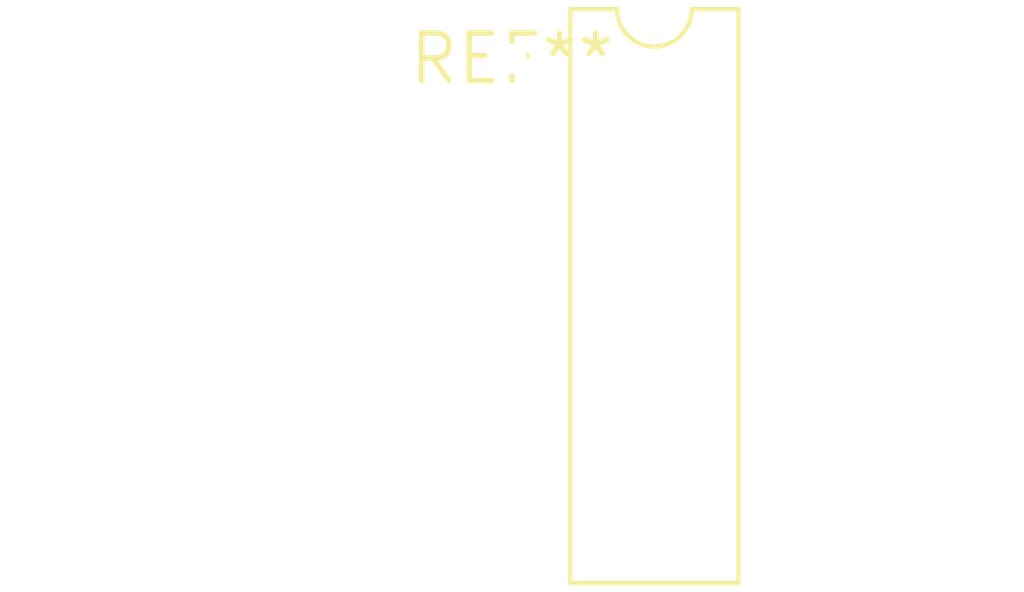
<source format=kicad_pcb>
(kicad_pcb (version 20240108) (generator pcbnew)
  (layers (0 "F.Cu" signal) (31 "B.Cu" signal) (34 "B.Paste" user) (35 "F.Paste" user) (36 "B.SilkS" user "B.Silkscreen") (37 "F.SilkS" user "F.Silkscreen") (38 "B.Mask" user) (39 "F.Mask" user) (44 "Edge.Cuts" user))
  (net 0 "")
  (footprint "DIP-12_W7.62mm_LongPads" (layer "F.Cu") (at 0 0)
    (property "Reference" "REF**")
    (property "Value" "DIP-12_W7.62mm_LongPads")
    (fp_line (start 1.56 -1.33) (end 1.56 14.03) (layer "F.SilkS") (stroke (width 0.12)))
    (fp_line (start 1.56 14.03) (end 6.06 14.03) (layer "F.SilkS") (stroke (width 0.12)))
    (fp_line (start 2.81 -1.33) (end 1.56 -1.33) (layer "F.SilkS") (stroke (width 0.12)))
    (fp_line (start 6.06 -1.33) (end 4.81 -1.33) (layer "F.SilkS") (stroke (width 0.12)))
    (fp_line (start 6.06 14.03) (end 6.06 -1.33) (layer "F.SilkS") (stroke (width 0.12)))
    (fp_arc (start 4.81 -1.33) (mid 3.81 -0.33) (end 2.81 -1.33) (layer "F.SilkS") (stroke (width 0.12)))
    (pad "1" thru_hole rect (at 0 0) (size 2.4 1.6) (drill 0.8) (layers *.Cu *.Mask) (remove_unused_layers))
    (pad "2" thru_hole oval (at 0 2.54) (size 2.4 1.6) (drill 0.8) (layers *.Cu *.Mask) (remove_unused_layers))
    (pad "3" thru_hole oval (at 0 5.08) (size 2.4 1.6) (drill 0.8) (layers *.Cu *.Mask) (remove_unused_layers))
    (pad "4" thru_hole oval (at 0 7.62) (size 2.4 1.6) (drill 0.8) (layers *.Cu *.Mask) (remove_unused_layers))
    (pad "5" thru_hole oval (at 0 10.16) (size 2.4 1.6) (drill 0.8) (layers *.Cu *.Mask) (remove_unused_layers))
    (pad "6" thru_hole oval (at 0 12.7) (size 2.4 1.6) (drill 0.8) (layers *.Cu *.Mask) (remove_unused_layers))
    (pad "7" thru_hole oval (at 7.62 12.7) (size 2.4 1.6) (drill 0.8) (layers *.Cu *.Mask) (remove_unused_layers))
    (pad "8" thru_hole oval (at 7.62 10.16) (size 2.4 1.6) (drill 0.8) (layers *.Cu *.Mask) (remove_unused_layers))
    (pad "9" thru_hole oval (at 7.62 7.62) (size 2.4 1.6) (drill 0.8) (layers *.Cu *.Mask) (remove_unused_layers))
    (pad "10" thru_hole oval (at 7.62 5.08) (size 2.4 1.6) (drill 0.8) (layers *.Cu *.Mask) (remove_unused_layers))
    (pad "11" thru_hole oval (at 7.62 2.54) (size 2.4 1.6) (drill 0.8) (layers *.Cu *.Mask) (remove_unused_layers))
    (pad "12" thru_hole oval (at 7.62 0) (size 2.4 1.6) (drill 0.8) (layers *.Cu *.Mask) (remove_unused_layers))
  )
)
</source>
